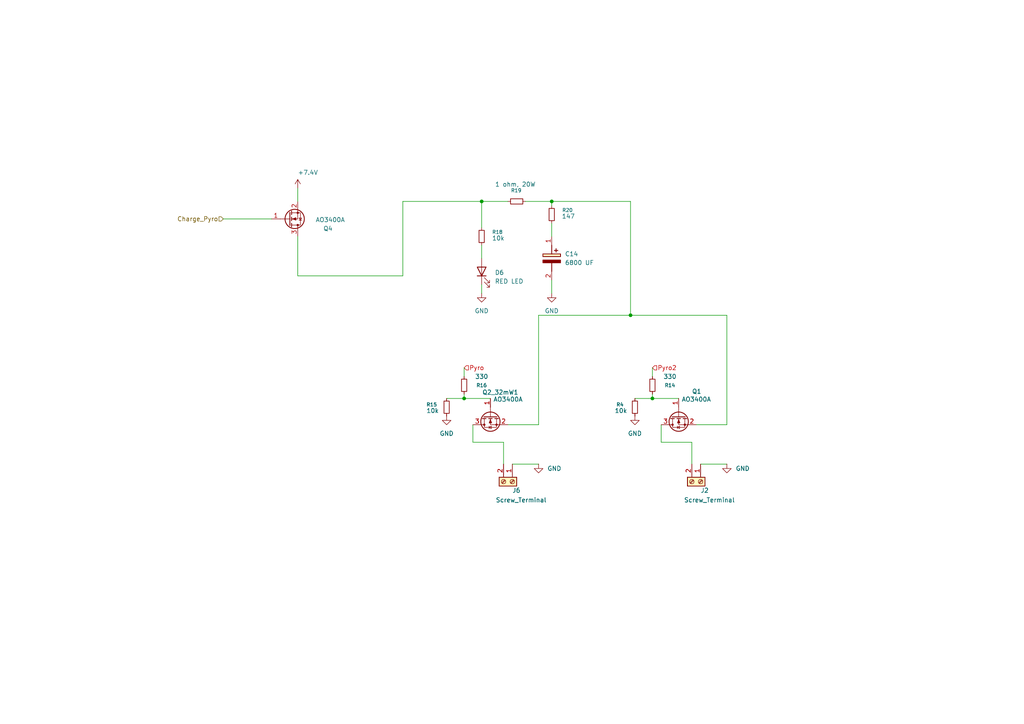
<source format=kicad_sch>
(kicad_sch (version 20250114) (generator "eeschema") (generator_version "9.0")
  (paper "A4")
  (lib_symbols
    (symbol "Connector:Screw_Terminal_01x02" (pin_names (offset 1.016) (hide yes))
      (property "Reference" "J" (at 0 2.54 0))
      (property "Value" "Screw_Terminal_01x02" (at 0 -5.08 0))
      (symbol "Screw_Terminal_01x02_1_1"
        (rectangle (start -1.27 1.27) (end 1.27 -3.81) (stroke (width 0.254)) (fill (type background)))
        (polyline (pts (xy -0.5334 0.3302) (xy 0.3302 -0.508)) (stroke (width 0.1524)))
        (polyline (pts (xy -0.5334 -2.2098) (xy 0.3302 -3.048)) (stroke (width 0.1524)))
        (polyline (pts (xy -0.3556 0.508) (xy 0.508 -0.3302)) (stroke (width 0.1524)))
        (polyline (pts (xy -0.3556 -2.032) (xy 0.508 -2.8702)) (stroke (width 0.1524)))
        (circle (center 0 0) (radius 0.635) (stroke (width 0.1524)))
        (circle (center 0 -2.54) (radius 0.635) (stroke (width 0.1524)))
        (pin passive line (at -5.08 0 0) (length 3.81) (name "Pin_1") (number "1"))
        (pin passive line (at -5.08 -2.54 0) (length 3.81) (name "Pin_2") (number "2"))
      )
    )
    (symbol "Device:LED" (pin_numbers (hide yes)) (pin_names (offset 1.016) (hide yes))
      (property "Reference" "D" (at 0 2.54 0))
      (property "Value" "LED" (at 0 -2.54 0))
      (symbol "LED_0_1"
        (polyline (pts (xy -3.048 -0.762) (xy -4.572 -2.286) (xy -3.81 -2.286) (xy -4.572 -2.286) (xy -4.572 -1.524)))
        (polyline (pts (xy -1.778 -0.762) (xy -3.302 -2.286) (xy -2.54 -2.286) (xy -3.302 -2.286) (xy -3.302 -1.524)))
        (polyline (pts (xy -1.27 0) (xy 1.27 0)))
        (polyline (pts (xy -1.27 -1.27) (xy -1.27 1.27)) (stroke (width 0.254)))
        (polyline (pts (xy 1.27 -1.27) (xy 1.27 1.27) (xy -1.27 0) (xy 1.27 -1.27)) (stroke (width 0.254)))
      )
      (symbol "LED_1_1"
        (pin passive line (at -3.81 0 0) (length 2.54) (name "K") (number "1"))
        (pin passive line (at 3.81 0 180) (length 2.54) (name "A") (number "2"))
      )
    )
    (symbol "Device:R_Small" (pin_numbers (hide yes)) (pin_names (offset 0.254) (hide yes))
      (property "Reference" "R" (at 0 0 90))
      (property "Value" "R_Small" (at 1.778 0 90))
      (symbol "R_Small_0_1"
        (rectangle (start -0.762 1.778) (end 0.762 -1.778) (stroke (width 0.2032)))
      )
      (symbol "R_Small_1_1"
        (pin passive line (at 0 2.54 270) (length 0.762) (name "~") (number "1"))
        (pin passive line (at 0 -2.54 90) (length 0.762) (name "~") (number "2"))
      )
    )
    (symbol "EEU-FR1A682B:EEU-FR1A682B" (pin_names (hide yes))
      (property "Reference" "C" (at 8.89 6.35 0))
      (property "Value" "EEU-FR1A682B" (at 8.89 3.81 0))
      (symbol "EEU-FR1A682B_1_1"
        (polyline (pts (xy 2.54 0) (xy 5.08 0)) (stroke (width 0.254)))
        (polyline (pts (xy 4.064 1.778) (xy 4.064 0.762)) (stroke (width 0.254)))
        (polyline (pts (xy 4.572 1.27) (xy 3.556 1.27)) (stroke (width 0.254)))
        (rectangle (start 5.08 2.54) (end 5.842 -2.54) (stroke (width 0.254)) (fill (type background)))
        (polyline (pts (xy 7.62 2.54) (xy 7.62 -2.54) (xy 6.858 -2.54) (xy 6.858 2.54) (xy 7.62 2.54)) (stroke (width 0.254)) (fill (type outline)))
        (polyline (pts (xy 7.62 0) (xy 10.16 0)) (stroke (width 0.254)))
        (pin passive line (at 0 0 0) (length 2.54) (name "+") (number "1"))
        (pin passive line (at 12.7 0 180) (length 2.54) (name "-") (number "2"))
      )
    )
    (symbol "Transistor_FET:AO3400A" (pin_names (offset 0) (hide yes))
      (property "Reference" "Q" (at 5.08 1.905 0))
      (property "Value" "AO3400A" (at 5.08 0 0))
      (symbol "AO3400A_0_1"
        (polyline (pts (xy 0.254 1.905) (xy 0.254 -1.905)) (stroke (width 0.254)))
        (polyline (pts (xy 0.254 0) (xy -2.54 0)))
        (polyline (pts (xy 0.762 2.286) (xy 0.762 1.27)) (stroke (width 0.254)))
        (polyline (pts (xy 0.762 0.508) (xy 0.762 -0.508)) (stroke (width 0.254)))
        (polyline (pts (xy 0.762 -1.27) (xy 0.762 -2.286)) (stroke (width 0.254)))
        (polyline (pts (xy 0.762 -1.778) (xy 3.302 -1.778) (xy 3.302 1.778) (xy 0.762 1.778)))
        (polyline (pts (xy 1.016 0) (xy 2.032 0.381) (xy 2.032 -0.381) (xy 1.016 0)) (fill (type outline)))
        (circle (center 1.651 0) (radius 2.794) (stroke (width 0.254)))
        (polyline (pts (xy 2.54 2.54) (xy 2.54 1.778)))
        (circle (center 2.54 1.778) (radius 0.254) (fill (type outline)))
        (circle (center 2.54 -1.778) (radius 0.254) (fill (type outline)))
        (polyline (pts (xy 2.54 -2.54) (xy 2.54 0) (xy 0.762 0)))
        (polyline (pts (xy 2.921 0.381) (xy 3.683 0.381)))
        (polyline (pts (xy 3.302 0.381) (xy 2.921 -0.254) (xy 3.683 -0.254) (xy 3.302 0.381)))
      )
      (symbol "AO3400A_1_1"
        (pin input line (at -5.08 0 0) (length 2.54) (name "G") (number "1"))
        (pin passive line (at 2.54 5.08 270) (length 2.54) (name "D") (number "3"))
        (pin passive line (at 2.54 -5.08 90) (length 2.54) (name "S") (number "2"))
      )
    )
    (symbol "power:+7.5V" (power) (pin_numbers (hide yes)) (pin_names (offset 0) (hide yes))
      (property "Value" "+7.5V" (at 0 3.556 0))
      (symbol "+7.5V_0_1"
        (polyline (pts (xy -0.762 1.27) (xy 0 2.54)))
        (polyline (pts (xy 0 2.54) (xy 0.762 1.27)))
        (polyline (pts (xy 0 0) (xy 0 2.54)))
      )
      (symbol "+7.5V_1_1"
        (pin power_in line (at 0 0 90) (length 0) (name "~") (number "1"))
      )
    )
    (symbol "power:GND" (power) (pin_numbers (hide yes)) (pin_names (offset 0) (hide yes))
      (property "Value" "GND" (at 0 -3.81 0))
      (symbol "GND_0_1"
        (polyline (pts (xy 0 0) (xy 0 -1.27) (xy 1.27 -1.27) (xy 0 -2.54) (xy -1.27 -1.27) (xy 0 -1.27)))
      )
      (symbol "GND_1_1"
        (pin power_in line (at 0 0 270) (length 0) (name "~") (number "1"))
      )
    )
  )
  (junction (at 139.7 58.42))
  (junction (at 134.62 115.57))
  (junction (at 182.88 91.44))
  (junction (at 160.02 58.42))
  (junction (at 189.23 115.57))
  (wire (pts (xy 189.23 115.57) (xy 196.85 115.57)))
  (wire (pts (xy 137.16 128.27) (xy 146.05 128.27)))
  (wire (pts (xy 189.23 115.57) (xy 184.15 115.57)))
  (wire (pts (xy 156.21 123.19) (xy 147.32 123.19)))
  (wire (pts (xy 191.77 123.19) (xy 191.77 128.27)))
  (wire (pts (xy 200.66 128.27) (xy 200.66 134.62)))
  (wire (pts (xy 86.36 80.01) (xy 116.84 80.01)))
  (wire (pts (xy 139.7 66.04) (xy 139.7 58.42)))
  (wire (pts (xy 160.02 58.42) (xy 160.02 59.69)))
  (wire (pts (xy 86.36 68.58) (xy 86.36 80.01)))
  (wire (pts (xy 189.23 114.3) (xy 189.23 115.57)))
  (wire (pts (xy 139.7 85.09) (xy 139.7 82.55)))
  (wire (pts (xy 191.77 128.27) (xy 200.66 128.27)))
  (wire (pts (xy 152.4 58.42) (xy 160.02 58.42)))
  (wire (pts (xy 146.05 128.27) (xy 146.05 134.62)))
  (wire (pts (xy 182.88 58.42) (xy 182.88 91.44)))
  (wire (pts (xy 156.21 91.44) (xy 156.21 123.19)))
  (wire (pts (xy 148.59 134.62) (xy 156.21 134.62)))
  (wire (pts (xy 160.02 58.42) (xy 182.88 58.42)))
  (wire (pts (xy 189.23 106.68) (xy 189.23 109.22)))
  (wire (pts (xy 203.2 134.62) (xy 210.82 134.62)))
  (wire (pts (xy 182.88 91.44) (xy 210.82 91.44)))
  (wire (pts (xy 182.88 91.44) (xy 156.21 91.44)))
  (wire (pts (xy 210.82 123.19) (xy 201.93 123.19)))
  (wire (pts (xy 210.82 91.44) (xy 210.82 123.19)))
  (wire (pts (xy 160.02 64.77) (xy 160.02 68.58)))
  (wire (pts (xy 134.62 115.57) (xy 142.24 115.57)))
  (wire (pts (xy 160.02 81.28) (xy 160.02 85.09)))
  (wire (pts (xy 134.62 106.68) (xy 134.62 109.22)))
  (wire (pts (xy 86.36 54.61) (xy 86.36 58.42)))
  (wire (pts (xy 116.84 80.01) (xy 116.84 58.42)))
  (wire (pts (xy 64.77 63.5) (xy 78.74 63.5)))
  (wire (pts (xy 139.7 74.93) (xy 139.7 71.12)))
  (wire (pts (xy 139.7 58.42) (xy 147.32 58.42)))
  (wire (pts (xy 137.16 123.19) (xy 137.16 128.27)))
  (wire (pts (xy 134.62 114.3) (xy 134.62 115.57)))
  (wire (pts (xy 134.62 115.57) (xy 129.54 115.57)))
  (wire (pts (xy 116.84 58.42) (xy 139.7 58.42)))
  (hierarchical_label "Pyro2" (shape input) (at 189.23 106.68 0))
  (hierarchical_label "Pyro" (shape input) (at 134.62 106.68 0))
  (hierarchical_label "Charge_Pyro" (shape input) (at 64.77 63.5 180))
  (symbol (lib_id "Transistor_FET:AO3400A") (at 196.85 120.65 90) (mirror x) (unit 1)
    (property "Reference" "Q1" (at 203.454 113.538 90) (effects (justify left)))
    (property "Value" "AO3400A" (at 206.248 115.824 90) (effects (justify left)))
    (property "Footprint" "Package_TO_SOT_SMD:SOT-23" (effects (hide yes)))
    (property "Datasheet" "http://www.aosmd.com/pdfs/datasheet/AO3400A.pdf" (effects (hide yes)))
    (property "Description" "30V Vds, 5.7A Id, N-Channel MOSFET, SOT-23" (effects (hide yes)))
  )
  (symbol (lib_id "Device:R_Small") (at 139.7 68.58 180) (unit 1)
    (property "Reference" "R18" (at 144.272 67.31 0) (effects (font (size 1.016 1.016))))
    (property "Value" "10k" (at 144.526 69.088 0))
    (property "Footprint" "Resistor:R0402" (effects (hide yes)))
    (property "Description" "Resistor, small symbol" (effects (hide yes)))
  )
  (symbol (lib_id "EEU-FR1A682B:EEU-FR1A682B") (at 160.02 68.58 270) (unit 1)
    (property "Reference" "C14" (at 163.83 73.6599 90) (effects (justify left)))
    (property "Value" "6800 UF" (at 163.83 76.1999 90) (effects (justify left)))
    (property "Footprint" "Capacitor:CAPPRD500W85D1250H3700" (effects (hide yes)))
    (property "Datasheet" "http://industrial.panasonic.com/cdbs/www-data/pdf/RDF0000/ABA0000C1259.pdf" (effects (hide yes)))
    (property "Description" "Aluminium Electrolytic Capacitor, Radial Lead Type, 105C,  6800UF 20% 10V RADIAL" (effects (hide yes)))
    (property "Height" "37" (effects (hide yes)))
    (property "Manufacturer_Name" "Panasonic" (effects (hide yes)))
    (property "Manufacturer_Part_Number" "EEU-FR1A682B" (effects (hide yes)))
  )
  (symbol (lib_id "Device:R_Small") (at 129.54 118.11 180) (unit 1)
    (property "Reference" "R15" (at 125.222 117.348 0) (effects (font (size 1.016 1.016))))
    (property "Value" "10k" (at 125.476 119.126 0))
    (property "Footprint" "Resistor:R0402" (effects (hide yes)))
    (property "Description" "Resistor, small symbol" (effects (hide yes)))
  )
  (symbol (lib_id "Device:LED") (at 139.7 78.74 90) (unit 1)
    (property "Reference" "D6" (at 143.51 79.0574 90) (effects (justify right)))
    (property "Value" "RED LED" (at 143.51 81.5974 90) (effects (justify right)))
    (property "Footprint" "LED_SMD:LED_0402_1005Metric" (effects (hide yes)))
    (property "Description" "Light emitting diode" (effects (hide yes)))
    (property "Sim.Pins" "1=K 2=A" (effects (hide yes)))
  )
  (symbol (lib_id "power:GND") (at 129.54 120.65 0) (unit 1)
    (property "Reference" "#PWR031" (effects (hide yes)))
    (property "Value" "GND" (at 129.54 125.73 0))
    (property "Description" "Power symbol creates a global label with name \"GND\" , ground" (effects (hide yes)))
  )
  (symbol (lib_id "Transistor_FET:AO3400A") (at 83.82 63.5 0) (mirror x) (unit 1)
    (property "Reference" "Q4" (at 96.52 66.294 0) (effects (justify right)))
    (property "Value" "AO3400A" (at 100.076 63.754 0) (effects (justify right)))
    (property "Footprint" "Package_TO_SOT_SMD:SOT-23" (effects (hide yes)))
    (property "Datasheet" "http://www.aosmd.com/pdfs/datasheet/AO3400A.pdf" (effects (hide yes)))
    (property "Description" "30V Vds, 5.7A Id, N-Channel MOSFET, SOT-23" (effects (hide yes)))
  )
  (symbol (lib_id "Connector:Screw_Terminal_01x02") (at 203.2 139.7 270) (unit 1)
    (property "Reference" "J2" (at 203.2001 142.24 90) (effects (justify left)))
    (property "Value" "Screw_Terminal" (at 198.374 145.034 90) (effects (justify left)))
    (property "Footprint" "TerminalBlock:TerminalBlock_MaiXu_MX126-5.0-02P_1x02_P5.00mm" (effects (hide yes)))
    (property "Description" "Generic screw terminal, single row, 01x02, script generated (kicad-library-utils/schlib/autogen/connector/)" (effects (hide yes)))
  )
  (symbol (lib_id "power:GND") (at 184.15 120.65 0) (unit 1)
    (property "Reference" "#PWR043" (effects (hide yes)))
    (property "Value" "GND" (at 184.15 125.73 0))
    (property "Description" "Power symbol creates a global label with name \"GND\" , ground" (effects (hide yes)))
  )
  (symbol (lib_id "Device:R_Small") (at 189.23 111.76 0) (unit 1)
    (property "Reference" "R14" (at 194.31 111.76 0) (effects (font (size 1.016 1.016))))
    (property "Value" "330" (at 194.31 109.22 0))
    (property "Footprint" "Resistor:R0402" (effects (hide yes)))
    (property "Description" "Resistor, small symbol" (effects (hide yes)))
  )
  (symbol (lib_id "Connector:Screw_Terminal_01x02") (at 148.59 139.7 270) (unit 1)
    (property "Reference" "J6" (at 148.5901 142.24 90) (effects (justify left)))
    (property "Value" "Screw_Terminal" (at 143.764 145.034 90) (effects (justify left)))
    (property "Footprint" "TerminalBlock:TerminalBlock_MaiXu_MX126-5.0-02P_1x02_P5.00mm" (effects (hide yes)))
    (property "Description" "Generic screw terminal, single row, 01x02, script generated (kicad-library-utils/schlib/autogen/connector/)" (effects (hide yes)))
  )
  (symbol (lib_id "power:GND") (at 210.82 134.62 0) (mirror y) (unit 1)
    (property "Reference" "#PWR050" (effects (hide yes)))
    (property "Value" "GND" (at 213.36 135.8899 0) (effects (justify right)))
    (property "Description" "Power symbol creates a global label with name \"GND\" , ground" (effects (hide yes)))
  )
  (symbol (lib_id "Device:R_Small") (at 184.15 118.11 180) (unit 1)
    (property "Reference" "R4" (at 179.832 117.348 0) (effects (font (size 1.016 1.016))))
    (property "Value" "10k" (at 180.086 119.126 0))
    (property "Footprint" "Resistor:R0402" (effects (hide yes)))
    (property "Description" "Resistor, small symbol" (effects (hide yes)))
  )
  (symbol (lib_id "Transistor_FET:AO3400A") (at 142.24 120.65 90) (mirror x) (unit 1)
    (property "Reference" "Q2_32mW1" (at 150.368 113.792 90) (effects (justify left)))
    (property "Value" "AO3400A" (at 151.638 115.824 90) (effects (justify left)))
    (property "Footprint" "Package_TO_SOT_SMD:SOT-23" (effects (hide yes)))
    (property "Datasheet" "http://www.aosmd.com/pdfs/datasheet/AO3400A.pdf" (effects (hide yes)))
    (property "Description" "30V Vds, 5.7A Id, N-Channel MOSFET, SOT-23" (effects (hide yes)))
  )
  (symbol (lib_id "power:GND") (at 160.02 85.09 0) (unit 1)
    (property "Reference" "#PWR049" (effects (hide yes)))
    (property "Value" "GND" (at 160.02 90.17 0))
    (property "Description" "Power symbol creates a global label with name \"GND\" , ground" (effects (hide yes)))
  )
  (symbol (lib_id "Device:R_Small") (at 134.62 111.76 0) (unit 1)
    (property "Reference" "R16" (at 139.7 111.76 0) (effects (font (size 1.016 1.016))))
    (property "Value" "330" (at 139.7 109.22 0))
    (property "Footprint" "Resistor:R0402" (effects (hide yes)))
    (property "Description" "Resistor, small symbol" (effects (hide yes)))
  )
  (symbol (lib_id "power:GND") (at 139.7 85.09 0) (unit 1)
    (property "Reference" "#PWR051" (effects (hide yes)))
    (property "Value" "GND" (at 139.7 90.17 0))
    (property "Description" "Power symbol creates a global label with name \"GND\" , ground" (effects (hide yes)))
  )
  (symbol (lib_id "Device:R_Small") (at 149.86 58.42 270) (unit 1)
    (property "Reference" "R19" (at 149.733 55.245 90) (effects (font (size 1.016 1.016))))
    (property "Value" "1 ohm, 20W" (at 149.479 53.467 90))
    (property "Footprint" "Resistor:R0402" (effects (hide yes)))
    (property "Description" "Resistor, small symbol" (effects (hide yes)))
  )
  (symbol (lib_id "power:GND") (at 156.21 134.62 0) (mirror y) (unit 1)
    (property "Reference" "#PWR0102" (effects (hide yes)))
    (property "Value" "GND" (at 158.75 135.8899 0) (effects (justify right)))
    (property "Description" "Power symbol creates a global label with name \"GND\" , ground" (effects (hide yes)))
  )
  (symbol (lib_id "Device:R_Small") (at 160.02 62.23 180) (unit 1)
    (property "Reference" "R20" (at 164.592 60.96 0) (effects (font (size 1.016 1.016))))
    (property "Value" "147" (at 164.846 62.738 0))
    (property "Footprint" "Resistor:R0402" (effects (hide yes)))
    (property "Description" "Resistor, small symbol" (effects (hide yes)))
  )
  (symbol (lib_id "power:+7.5V") (at 86.36 54.61 0) (unit 1)
    (property "Reference" "#PWR052" (effects (hide yes)))
    (property "Value" "+7.4V" (at 86.36 50.038 0) (effects (justify left)))
    (property "Description" "Power symbol creates a global label with name \"+7.5V\"" (effects (hide yes)))
  )
)
</source>
